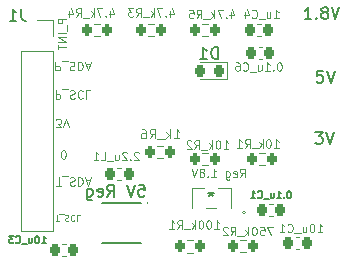
<source format=gbo>
%TF.GenerationSoftware,KiCad,Pcbnew,(6.0.9)*%
%TF.CreationDate,2023-09-05T16:32:31-05:00*%
%TF.ProjectId,Pulse_Temp,50756c73-655f-4546-956d-702e6b696361,rev?*%
%TF.SameCoordinates,Original*%
%TF.FileFunction,Legend,Bot*%
%TF.FilePolarity,Positive*%
%FSLAX46Y46*%
G04 Gerber Fmt 4.6, Leading zero omitted, Abs format (unit mm)*
G04 Created by KiCad (PCBNEW (6.0.9)) date 2023-09-05 16:32:31*
%MOMM*%
%LPD*%
G01*
G04 APERTURE LIST*
G04 Aperture macros list*
%AMRoundRect*
0 Rectangle with rounded corners*
0 $1 Rounding radius*
0 $2 $3 $4 $5 $6 $7 $8 $9 X,Y pos of 4 corners*
0 Add a 4 corners polygon primitive as box body*
4,1,4,$2,$3,$4,$5,$6,$7,$8,$9,$2,$3,0*
0 Add four circle primitives for the rounded corners*
1,1,$1+$1,$2,$3*
1,1,$1+$1,$4,$5*
1,1,$1+$1,$6,$7*
1,1,$1+$1,$8,$9*
0 Add four rect primitives between the rounded corners*
20,1,$1+$1,$2,$3,$4,$5,0*
20,1,$1+$1,$4,$5,$6,$7,0*
20,1,$1+$1,$6,$7,$8,$9,0*
20,1,$1+$1,$8,$9,$2,$3,0*%
G04 Aperture macros list end*
%ADD10C,0.200000*%
%ADD11C,0.150000*%
%ADD12C,0.100000*%
%ADD13C,0.152400*%
%ADD14C,0.120000*%
%ADD15R,1.700000X1.700000*%
%ADD16R,1.041400X0.381000*%
%ADD17RoundRect,0.218750X0.218750X0.256250X-0.218750X0.256250X-0.218750X-0.256250X0.218750X-0.256250X0*%
%ADD18RoundRect,0.200000X0.200000X0.275000X-0.200000X0.275000X-0.200000X-0.275000X0.200000X-0.275000X0*%
%ADD19RoundRect,0.225000X0.225000X0.250000X-0.225000X0.250000X-0.225000X-0.250000X0.225000X-0.250000X0*%
%ADD20RoundRect,0.218750X-0.218750X-0.256250X0.218750X-0.256250X0.218750X0.256250X-0.218750X0.256250X0*%
%ADD21RoundRect,0.200000X-0.200000X-0.275000X0.200000X-0.275000X0.200000X0.275000X-0.200000X0.275000X0*%
%ADD22O,1.700000X1.700000*%
%ADD23RoundRect,0.225000X-0.225000X-0.250000X0.225000X-0.250000X0.225000X0.250000X-0.225000X0.250000X0*%
%ADD24R,0.812800X0.889000*%
G04 APERTURE END LIST*
D10*
X165313721Y-87274400D02*
G75*
G03*
X165313721Y-87274400I-35921J0D01*
G01*
D11*
X179527295Y-81291180D02*
X180146342Y-81291180D01*
X179813009Y-81672133D01*
X179955866Y-81672133D01*
X180051104Y-81719752D01*
X180098723Y-81767371D01*
X180146342Y-81862609D01*
X180146342Y-82100704D01*
X180098723Y-82195942D01*
X180051104Y-82243561D01*
X179955866Y-82291180D01*
X179670152Y-82291180D01*
X179574914Y-82243561D01*
X179527295Y-82195942D01*
X180432057Y-81291180D02*
X180765390Y-82291180D01*
X181098723Y-81291180D01*
D12*
X157522990Y-88818209D02*
X157808704Y-88818209D01*
X157665847Y-88318209D02*
X157665847Y-88818209D01*
X157856323Y-88270590D02*
X158237276Y-88270590D01*
X158332514Y-88342019D02*
X158403942Y-88318209D01*
X158522990Y-88318209D01*
X158570609Y-88342019D01*
X158594419Y-88365828D01*
X158618228Y-88413447D01*
X158618228Y-88461066D01*
X158594419Y-88508685D01*
X158570609Y-88532495D01*
X158522990Y-88556304D01*
X158427752Y-88580114D01*
X158380133Y-88603923D01*
X158356323Y-88627733D01*
X158332514Y-88675352D01*
X158332514Y-88722971D01*
X158356323Y-88770590D01*
X158380133Y-88794400D01*
X158427752Y-88818209D01*
X158546800Y-88818209D01*
X158618228Y-88794400D01*
X159118228Y-88365828D02*
X159094419Y-88342019D01*
X159022990Y-88318209D01*
X158975371Y-88318209D01*
X158903942Y-88342019D01*
X158856323Y-88389638D01*
X158832514Y-88437257D01*
X158808704Y-88532495D01*
X158808704Y-88603923D01*
X158832514Y-88699161D01*
X158856323Y-88746780D01*
X158903942Y-88794400D01*
X158975371Y-88818209D01*
X159022990Y-88818209D01*
X159094419Y-88794400D01*
X159118228Y-88770590D01*
X159570609Y-88318209D02*
X159332514Y-88318209D01*
X159332514Y-88818209D01*
X157604800Y-85828933D02*
X158004800Y-85828933D01*
X157804800Y-85128933D02*
X157804800Y-85828933D01*
X158071466Y-85062266D02*
X158604800Y-85062266D01*
X158738133Y-85162266D02*
X158838133Y-85128933D01*
X159004800Y-85128933D01*
X159071466Y-85162266D01*
X159104800Y-85195600D01*
X159138133Y-85262266D01*
X159138133Y-85328933D01*
X159104800Y-85395600D01*
X159071466Y-85428933D01*
X159004800Y-85462266D01*
X158871466Y-85495600D01*
X158804800Y-85528933D01*
X158771466Y-85562266D01*
X158738133Y-85628933D01*
X158738133Y-85695600D01*
X158771466Y-85762266D01*
X158804800Y-85795600D01*
X158871466Y-85828933D01*
X159038133Y-85828933D01*
X159138133Y-85795600D01*
X159438133Y-85128933D02*
X159438133Y-85828933D01*
X159604800Y-85828933D01*
X159704800Y-85795600D01*
X159771466Y-85728933D01*
X159804800Y-85662266D01*
X159838133Y-85528933D01*
X159838133Y-85428933D01*
X159804800Y-85295600D01*
X159771466Y-85228933D01*
X159704800Y-85162266D01*
X159604800Y-85128933D01*
X159438133Y-85128933D01*
X160104800Y-85328933D02*
X160438133Y-85328933D01*
X160038133Y-85128933D02*
X160271466Y-85828933D01*
X160504800Y-85128933D01*
X157536533Y-77762933D02*
X157536533Y-78462933D01*
X157803200Y-78462933D01*
X157869866Y-78429600D01*
X157903200Y-78396266D01*
X157936533Y-78329600D01*
X157936533Y-78229600D01*
X157903200Y-78162933D01*
X157869866Y-78129600D01*
X157803200Y-78096266D01*
X157536533Y-78096266D01*
X158069866Y-77696266D02*
X158603200Y-77696266D01*
X158736533Y-77796266D02*
X158836533Y-77762933D01*
X159003200Y-77762933D01*
X159069866Y-77796266D01*
X159103200Y-77829600D01*
X159136533Y-77896266D01*
X159136533Y-77962933D01*
X159103200Y-78029600D01*
X159069866Y-78062933D01*
X159003200Y-78096266D01*
X158869866Y-78129600D01*
X158803200Y-78162933D01*
X158769866Y-78196266D01*
X158736533Y-78262933D01*
X158736533Y-78329600D01*
X158769866Y-78396266D01*
X158803200Y-78429600D01*
X158869866Y-78462933D01*
X159036533Y-78462933D01*
X159136533Y-78429600D01*
X159836533Y-77829600D02*
X159803200Y-77796266D01*
X159703200Y-77762933D01*
X159636533Y-77762933D01*
X159536533Y-77796266D01*
X159469866Y-77862933D01*
X159436533Y-77929600D01*
X159403200Y-78062933D01*
X159403200Y-78162933D01*
X159436533Y-78296266D01*
X159469866Y-78362933D01*
X159536533Y-78429600D01*
X159636533Y-78462933D01*
X159703200Y-78462933D01*
X159803200Y-78429600D01*
X159836533Y-78396266D01*
X160469866Y-77762933D02*
X160136533Y-77762933D01*
X160136533Y-78462933D01*
D11*
X179178057Y-71724780D02*
X178606628Y-71724780D01*
X178892342Y-71724780D02*
X178892342Y-70724780D01*
X178797104Y-70867638D01*
X178701866Y-70962876D01*
X178606628Y-71010495D01*
X179606628Y-71629542D02*
X179654247Y-71677161D01*
X179606628Y-71724780D01*
X179559009Y-71677161D01*
X179606628Y-71629542D01*
X179606628Y-71724780D01*
X180225676Y-71153352D02*
X180130438Y-71105733D01*
X180082819Y-71058114D01*
X180035200Y-70962876D01*
X180035200Y-70915257D01*
X180082819Y-70820019D01*
X180130438Y-70772400D01*
X180225676Y-70724780D01*
X180416152Y-70724780D01*
X180511390Y-70772400D01*
X180559009Y-70820019D01*
X180606628Y-70915257D01*
X180606628Y-70962876D01*
X180559009Y-71058114D01*
X180511390Y-71105733D01*
X180416152Y-71153352D01*
X180225676Y-71153352D01*
X180130438Y-71200971D01*
X180082819Y-71248590D01*
X180035200Y-71343828D01*
X180035200Y-71534304D01*
X180082819Y-71629542D01*
X180130438Y-71677161D01*
X180225676Y-71724780D01*
X180416152Y-71724780D01*
X180511390Y-71677161D01*
X180559009Y-71629542D01*
X180606628Y-71534304D01*
X180606628Y-71343828D01*
X180559009Y-71248590D01*
X180511390Y-71200971D01*
X180416152Y-71153352D01*
X180892342Y-70724780D02*
X181225676Y-71724780D01*
X181559009Y-70724780D01*
X180149523Y-76109580D02*
X179673333Y-76109580D01*
X179625714Y-76585771D01*
X179673333Y-76538152D01*
X179768571Y-76490533D01*
X180006666Y-76490533D01*
X180101904Y-76538152D01*
X180149523Y-76585771D01*
X180197142Y-76681009D01*
X180197142Y-76919104D01*
X180149523Y-77014342D01*
X180101904Y-77061961D01*
X180006666Y-77109580D01*
X179768571Y-77109580D01*
X179673333Y-77061961D01*
X179625714Y-77014342D01*
X180482857Y-76109580D02*
X180816190Y-77109580D01*
X181149523Y-76109580D01*
D12*
X158406266Y-71698800D02*
X157706266Y-71698800D01*
X157706266Y-71965466D01*
X157739600Y-72032133D01*
X157772933Y-72065466D01*
X157839600Y-72098800D01*
X157939600Y-72098800D01*
X158006266Y-72065466D01*
X158039600Y-72032133D01*
X158072933Y-71965466D01*
X158072933Y-71698800D01*
X158472933Y-72232133D02*
X158472933Y-72765466D01*
X158406266Y-72932133D02*
X157706266Y-72932133D01*
X158406266Y-73265466D02*
X157706266Y-73265466D01*
X158406266Y-73665466D01*
X157706266Y-73665466D01*
X157706266Y-73898800D02*
X157706266Y-74298800D01*
X158406266Y-74098800D02*
X157706266Y-74098800D01*
X157519866Y-75375333D02*
X157519866Y-76075333D01*
X157786533Y-76075333D01*
X157853200Y-76042000D01*
X157886533Y-76008666D01*
X157919866Y-75942000D01*
X157919866Y-75842000D01*
X157886533Y-75775333D01*
X157853200Y-75742000D01*
X157786533Y-75708666D01*
X157519866Y-75708666D01*
X158053200Y-75308666D02*
X158586533Y-75308666D01*
X158719866Y-75408666D02*
X158819866Y-75375333D01*
X158986533Y-75375333D01*
X159053200Y-75408666D01*
X159086533Y-75442000D01*
X159119866Y-75508666D01*
X159119866Y-75575333D01*
X159086533Y-75642000D01*
X159053200Y-75675333D01*
X158986533Y-75708666D01*
X158853200Y-75742000D01*
X158786533Y-75775333D01*
X158753200Y-75808666D01*
X158719866Y-75875333D01*
X158719866Y-75942000D01*
X158753200Y-76008666D01*
X158786533Y-76042000D01*
X158853200Y-76075333D01*
X159019866Y-76075333D01*
X159119866Y-76042000D01*
X159419866Y-75375333D02*
X159419866Y-76075333D01*
X159586533Y-76075333D01*
X159686533Y-76042000D01*
X159753200Y-75975333D01*
X159786533Y-75908666D01*
X159819866Y-75775333D01*
X159819866Y-75675333D01*
X159786533Y-75542000D01*
X159753200Y-75475333D01*
X159686533Y-75408666D01*
X159586533Y-75375333D01*
X159419866Y-75375333D01*
X160086533Y-75575333D02*
X160419866Y-75575333D01*
X160019866Y-75375333D02*
X160253200Y-76075333D01*
X160486533Y-75375333D01*
X158157866Y-83542933D02*
X158224533Y-83542933D01*
X158291200Y-83509600D01*
X158324533Y-83476266D01*
X158357866Y-83409600D01*
X158391200Y-83276266D01*
X158391200Y-83109600D01*
X158357866Y-82976266D01*
X158324533Y-82909600D01*
X158291200Y-82876266D01*
X158224533Y-82842933D01*
X158157866Y-82842933D01*
X158091200Y-82876266D01*
X158057866Y-82909600D01*
X158024533Y-82976266D01*
X157991200Y-83109600D01*
X157991200Y-83276266D01*
X158024533Y-83409600D01*
X158057866Y-83476266D01*
X158091200Y-83509600D01*
X158157866Y-83542933D01*
X157556266Y-80901333D02*
X157989600Y-80901333D01*
X157756266Y-80634666D01*
X157856266Y-80634666D01*
X157922933Y-80601333D01*
X157956266Y-80568000D01*
X157989600Y-80501333D01*
X157989600Y-80334666D01*
X157956266Y-80268000D01*
X157922933Y-80234666D01*
X157856266Y-80201333D01*
X157656266Y-80201333D01*
X157589600Y-80234666D01*
X157556266Y-80268000D01*
X158189600Y-80901333D02*
X158422933Y-80201333D01*
X158656266Y-80901333D01*
D11*
%TO.C,5V Reg*%
X164563180Y-85761580D02*
X165039371Y-85761580D01*
X165086990Y-86237771D01*
X165039371Y-86190152D01*
X164944133Y-86142533D01*
X164706038Y-86142533D01*
X164610800Y-86190152D01*
X164563180Y-86237771D01*
X164515561Y-86333009D01*
X164515561Y-86571104D01*
X164563180Y-86666342D01*
X164610800Y-86713961D01*
X164706038Y-86761580D01*
X164944133Y-86761580D01*
X165039371Y-86713961D01*
X165086990Y-86666342D01*
X164229847Y-85761580D02*
X163896514Y-86761580D01*
X163563180Y-85761580D01*
X161896514Y-86761580D02*
X162229847Y-86285390D01*
X162467942Y-86761580D02*
X162467942Y-85761580D01*
X162086990Y-85761580D01*
X161991752Y-85809200D01*
X161944133Y-85856819D01*
X161896514Y-85952057D01*
X161896514Y-86094914D01*
X161944133Y-86190152D01*
X161991752Y-86237771D01*
X162086990Y-86285390D01*
X162467942Y-86285390D01*
X161086990Y-86713961D02*
X161182228Y-86761580D01*
X161372704Y-86761580D01*
X161467942Y-86713961D01*
X161515561Y-86618723D01*
X161515561Y-86237771D01*
X161467942Y-86142533D01*
X161372704Y-86094914D01*
X161182228Y-86094914D01*
X161086990Y-86142533D01*
X161039371Y-86237771D01*
X161039371Y-86333009D01*
X161515561Y-86428247D01*
X160182228Y-86094914D02*
X160182228Y-86904438D01*
X160229847Y-86999676D01*
X160277466Y-87047295D01*
X160372704Y-87094914D01*
X160515561Y-87094914D01*
X160610800Y-87047295D01*
X160182228Y-86713961D02*
X160277466Y-86761580D01*
X160467942Y-86761580D01*
X160563180Y-86713961D01*
X160610800Y-86666342D01*
X160658419Y-86571104D01*
X160658419Y-86285390D01*
X160610800Y-86190152D01*
X160563180Y-86142533D01*
X160467942Y-86094914D01*
X160277466Y-86094914D01*
X160182228Y-86142533D01*
%TO.C,D1*%
X171273695Y-75120780D02*
X171273695Y-74120780D01*
X171035600Y-74120780D01*
X170892742Y-74168400D01*
X170797504Y-74263638D01*
X170749885Y-74358876D01*
X170702266Y-74549352D01*
X170702266Y-74692209D01*
X170749885Y-74882685D01*
X170797504Y-74977923D01*
X170892742Y-75073161D01*
X171035600Y-75120780D01*
X171273695Y-75120780D01*
X169749885Y-75120780D02*
X170321314Y-75120780D01*
X170035600Y-75120780D02*
X170035600Y-74120780D01*
X170130838Y-74263638D01*
X170226076Y-74358876D01*
X170321314Y-74406495D01*
D12*
%TO.C,4.7k_R4*%
X162128000Y-71071600D02*
X162128000Y-71538266D01*
X162294666Y-70804933D02*
X162461333Y-71304933D01*
X162028000Y-71304933D01*
X161761333Y-71471600D02*
X161728000Y-71504933D01*
X161761333Y-71538266D01*
X161794666Y-71504933D01*
X161761333Y-71471600D01*
X161761333Y-71538266D01*
X161494666Y-70838266D02*
X161028000Y-70838266D01*
X161328000Y-71538266D01*
X160761333Y-71538266D02*
X160761333Y-70838266D01*
X160694666Y-71271600D02*
X160494666Y-71538266D01*
X160494666Y-71071600D02*
X160761333Y-71338266D01*
X160361333Y-71604933D02*
X159828000Y-71604933D01*
X159261333Y-71538266D02*
X159494666Y-71204933D01*
X159661333Y-71538266D02*
X159661333Y-70838266D01*
X159394666Y-70838266D01*
X159328000Y-70871600D01*
X159294666Y-70904933D01*
X159261333Y-70971600D01*
X159261333Y-71071600D01*
X159294666Y-71138266D01*
X159328000Y-71171600D01*
X159394666Y-71204933D01*
X159661333Y-71204933D01*
X158661333Y-71071600D02*
X158661333Y-71538266D01*
X158828000Y-70804933D02*
X158994666Y-71304933D01*
X158561333Y-71304933D01*
D11*
%TO.C,10u_C3*%
X156343200Y-90695428D02*
X156686057Y-90695428D01*
X156514628Y-90695428D02*
X156514628Y-90095428D01*
X156571771Y-90181142D01*
X156628914Y-90238285D01*
X156686057Y-90266857D01*
X155971771Y-90095428D02*
X155914628Y-90095428D01*
X155857485Y-90124000D01*
X155828914Y-90152571D01*
X155800342Y-90209714D01*
X155771771Y-90324000D01*
X155771771Y-90466857D01*
X155800342Y-90581142D01*
X155828914Y-90638285D01*
X155857485Y-90666857D01*
X155914628Y-90695428D01*
X155971771Y-90695428D01*
X156028914Y-90666857D01*
X156057485Y-90638285D01*
X156086057Y-90581142D01*
X156114628Y-90466857D01*
X156114628Y-90324000D01*
X156086057Y-90209714D01*
X156057485Y-90152571D01*
X156028914Y-90124000D01*
X155971771Y-90095428D01*
X155257485Y-90295428D02*
X155257485Y-90695428D01*
X155514628Y-90295428D02*
X155514628Y-90609714D01*
X155486057Y-90666857D01*
X155428914Y-90695428D01*
X155343200Y-90695428D01*
X155286057Y-90666857D01*
X155257485Y-90638285D01*
X155114628Y-90752571D02*
X154657485Y-90752571D01*
X154171771Y-90638285D02*
X154200342Y-90666857D01*
X154286057Y-90695428D01*
X154343200Y-90695428D01*
X154428914Y-90666857D01*
X154486057Y-90609714D01*
X154514628Y-90552571D01*
X154543200Y-90438285D01*
X154543200Y-90352571D01*
X154514628Y-90238285D01*
X154486057Y-90181142D01*
X154428914Y-90124000D01*
X154343200Y-90095428D01*
X154286057Y-90095428D01*
X154200342Y-90124000D01*
X154171771Y-90152571D01*
X153971771Y-90095428D02*
X153600342Y-90095428D01*
X153800342Y-90324000D01*
X153714628Y-90324000D01*
X153657485Y-90352571D01*
X153628914Y-90381142D01*
X153600342Y-90438285D01*
X153600342Y-90581142D01*
X153628914Y-90638285D01*
X153657485Y-90666857D01*
X153714628Y-90695428D01*
X153886057Y-90695428D01*
X153943200Y-90666857D01*
X153971771Y-90638285D01*
D12*
%TO.C,2.2u_L1*%
X164561600Y-83046133D02*
X164528266Y-83012800D01*
X164461600Y-82979466D01*
X164294933Y-82979466D01*
X164228266Y-83012800D01*
X164194933Y-83046133D01*
X164161600Y-83112800D01*
X164161600Y-83179466D01*
X164194933Y-83279466D01*
X164594933Y-83679466D01*
X164161600Y-83679466D01*
X163861600Y-83612800D02*
X163828266Y-83646133D01*
X163861600Y-83679466D01*
X163894933Y-83646133D01*
X163861600Y-83612800D01*
X163861600Y-83679466D01*
X163561600Y-83046133D02*
X163528266Y-83012800D01*
X163461600Y-82979466D01*
X163294933Y-82979466D01*
X163228266Y-83012800D01*
X163194933Y-83046133D01*
X163161600Y-83112800D01*
X163161600Y-83179466D01*
X163194933Y-83279466D01*
X163594933Y-83679466D01*
X163161600Y-83679466D01*
X162561600Y-83212800D02*
X162561600Y-83679466D01*
X162861600Y-83212800D02*
X162861600Y-83579466D01*
X162828266Y-83646133D01*
X162761600Y-83679466D01*
X162661600Y-83679466D01*
X162594933Y-83646133D01*
X162561600Y-83612800D01*
X162394933Y-83746133D02*
X161861600Y-83746133D01*
X161361600Y-83679466D02*
X161694933Y-83679466D01*
X161694933Y-82979466D01*
X160761600Y-83679466D02*
X161161600Y-83679466D01*
X160961600Y-83679466D02*
X160961600Y-82979466D01*
X161028266Y-83079466D01*
X161094933Y-83146133D01*
X161161600Y-83179466D01*
%TO.C,10k_R1*%
X176017066Y-82612666D02*
X176417066Y-82612666D01*
X176217066Y-82612666D02*
X176217066Y-81912666D01*
X176283733Y-82012666D01*
X176350400Y-82079333D01*
X176417066Y-82112666D01*
X175583733Y-81912666D02*
X175517066Y-81912666D01*
X175450400Y-81946000D01*
X175417066Y-81979333D01*
X175383733Y-82046000D01*
X175350400Y-82179333D01*
X175350400Y-82346000D01*
X175383733Y-82479333D01*
X175417066Y-82546000D01*
X175450400Y-82579333D01*
X175517066Y-82612666D01*
X175583733Y-82612666D01*
X175650400Y-82579333D01*
X175683733Y-82546000D01*
X175717066Y-82479333D01*
X175750400Y-82346000D01*
X175750400Y-82179333D01*
X175717066Y-82046000D01*
X175683733Y-81979333D01*
X175650400Y-81946000D01*
X175583733Y-81912666D01*
X175050400Y-82612666D02*
X175050400Y-81912666D01*
X174983733Y-82346000D02*
X174783733Y-82612666D01*
X174783733Y-82146000D02*
X175050400Y-82412666D01*
X174650400Y-82679333D02*
X174117066Y-82679333D01*
X173550400Y-82612666D02*
X173783733Y-82279333D01*
X173950400Y-82612666D02*
X173950400Y-81912666D01*
X173683733Y-81912666D01*
X173617066Y-81946000D01*
X173583733Y-81979333D01*
X173550400Y-82046000D01*
X173550400Y-82146000D01*
X173583733Y-82212666D01*
X173617066Y-82246000D01*
X173683733Y-82279333D01*
X173950400Y-82279333D01*
X172883733Y-82612666D02*
X173283733Y-82612666D01*
X173083733Y-82612666D02*
X173083733Y-81912666D01*
X173150400Y-82012666D01*
X173217066Y-82079333D01*
X173283733Y-82112666D01*
D11*
%TO.C,0.1u_C1*%
X177310857Y-86285428D02*
X177253714Y-86285428D01*
X177196571Y-86314000D01*
X177168000Y-86342571D01*
X177139428Y-86399714D01*
X177110857Y-86514000D01*
X177110857Y-86656857D01*
X177139428Y-86771142D01*
X177168000Y-86828285D01*
X177196571Y-86856857D01*
X177253714Y-86885428D01*
X177310857Y-86885428D01*
X177368000Y-86856857D01*
X177396571Y-86828285D01*
X177425142Y-86771142D01*
X177453714Y-86656857D01*
X177453714Y-86514000D01*
X177425142Y-86399714D01*
X177396571Y-86342571D01*
X177368000Y-86314000D01*
X177310857Y-86285428D01*
X176853714Y-86828285D02*
X176825142Y-86856857D01*
X176853714Y-86885428D01*
X176882285Y-86856857D01*
X176853714Y-86828285D01*
X176853714Y-86885428D01*
X176253714Y-86885428D02*
X176596571Y-86885428D01*
X176425142Y-86885428D02*
X176425142Y-86285428D01*
X176482285Y-86371142D01*
X176539428Y-86428285D01*
X176596571Y-86456857D01*
X175739428Y-86485428D02*
X175739428Y-86885428D01*
X175996571Y-86485428D02*
X175996571Y-86799714D01*
X175968000Y-86856857D01*
X175910857Y-86885428D01*
X175825142Y-86885428D01*
X175768000Y-86856857D01*
X175739428Y-86828285D01*
X175596571Y-86942571D02*
X175139428Y-86942571D01*
X174653714Y-86828285D02*
X174682285Y-86856857D01*
X174768000Y-86885428D01*
X174825142Y-86885428D01*
X174910857Y-86856857D01*
X174968000Y-86799714D01*
X174996571Y-86742571D01*
X175025142Y-86628285D01*
X175025142Y-86542571D01*
X174996571Y-86428285D01*
X174968000Y-86371142D01*
X174910857Y-86314000D01*
X174825142Y-86285428D01*
X174768000Y-86285428D01*
X174682285Y-86314000D01*
X174653714Y-86342571D01*
X174082285Y-86885428D02*
X174425142Y-86885428D01*
X174253714Y-86885428D02*
X174253714Y-86285428D01*
X174310857Y-86371142D01*
X174368000Y-86428285D01*
X174425142Y-86456857D01*
D12*
%TO.C,100k_R1*%
X170965600Y-89470666D02*
X171365600Y-89470666D01*
X171165600Y-89470666D02*
X171165600Y-88770666D01*
X171232266Y-88870666D01*
X171298933Y-88937333D01*
X171365600Y-88970666D01*
X170532266Y-88770666D02*
X170465600Y-88770666D01*
X170398933Y-88804000D01*
X170365600Y-88837333D01*
X170332266Y-88904000D01*
X170298933Y-89037333D01*
X170298933Y-89204000D01*
X170332266Y-89337333D01*
X170365600Y-89404000D01*
X170398933Y-89437333D01*
X170465600Y-89470666D01*
X170532266Y-89470666D01*
X170598933Y-89437333D01*
X170632266Y-89404000D01*
X170665600Y-89337333D01*
X170698933Y-89204000D01*
X170698933Y-89037333D01*
X170665600Y-88904000D01*
X170632266Y-88837333D01*
X170598933Y-88804000D01*
X170532266Y-88770666D01*
X169865600Y-88770666D02*
X169798933Y-88770666D01*
X169732266Y-88804000D01*
X169698933Y-88837333D01*
X169665600Y-88904000D01*
X169632266Y-89037333D01*
X169632266Y-89204000D01*
X169665600Y-89337333D01*
X169698933Y-89404000D01*
X169732266Y-89437333D01*
X169798933Y-89470666D01*
X169865600Y-89470666D01*
X169932266Y-89437333D01*
X169965600Y-89404000D01*
X169998933Y-89337333D01*
X170032266Y-89204000D01*
X170032266Y-89037333D01*
X169998933Y-88904000D01*
X169965600Y-88837333D01*
X169932266Y-88804000D01*
X169865600Y-88770666D01*
X169332266Y-89470666D02*
X169332266Y-88770666D01*
X169265600Y-89204000D02*
X169065600Y-89470666D01*
X169065600Y-89004000D02*
X169332266Y-89270666D01*
X168932266Y-89537333D02*
X168398933Y-89537333D01*
X167832266Y-89470666D02*
X168065600Y-89137333D01*
X168232266Y-89470666D02*
X168232266Y-88770666D01*
X167965600Y-88770666D01*
X167898933Y-88804000D01*
X167865600Y-88837333D01*
X167832266Y-88904000D01*
X167832266Y-89004000D01*
X167865600Y-89070666D01*
X167898933Y-89104000D01*
X167965600Y-89137333D01*
X168232266Y-89137333D01*
X167165600Y-89470666D02*
X167565600Y-89470666D01*
X167365600Y-89470666D02*
X167365600Y-88770666D01*
X167432266Y-88870666D01*
X167498933Y-88937333D01*
X167565600Y-88970666D01*
%TO.C,1k_R6*%
X167550952Y-81845104D02*
X168008095Y-81845104D01*
X167779523Y-81845104D02*
X167779523Y-81045104D01*
X167855714Y-81159390D01*
X167931904Y-81235580D01*
X168008095Y-81273676D01*
X167208095Y-81845104D02*
X167208095Y-81045104D01*
X167131904Y-81540342D02*
X166903333Y-81845104D01*
X166903333Y-81311771D02*
X167208095Y-81616533D01*
X166750952Y-81921295D02*
X166141428Y-81921295D01*
X165493809Y-81845104D02*
X165760476Y-81464152D01*
X165950952Y-81845104D02*
X165950952Y-81045104D01*
X165646190Y-81045104D01*
X165570000Y-81083200D01*
X165531904Y-81121295D01*
X165493809Y-81197485D01*
X165493809Y-81311771D01*
X165531904Y-81387961D01*
X165570000Y-81426057D01*
X165646190Y-81464152D01*
X165950952Y-81464152D01*
X164808095Y-81045104D02*
X164960476Y-81045104D01*
X165036666Y-81083200D01*
X165074761Y-81121295D01*
X165150952Y-81235580D01*
X165189047Y-81387961D01*
X165189047Y-81692723D01*
X165150952Y-81768914D01*
X165112857Y-81807009D01*
X165036666Y-81845104D01*
X164884285Y-81845104D01*
X164808095Y-81807009D01*
X164770000Y-81768914D01*
X164731904Y-81692723D01*
X164731904Y-81502247D01*
X164770000Y-81426057D01*
X164808095Y-81387961D01*
X164884285Y-81349866D01*
X165036666Y-81349866D01*
X165112857Y-81387961D01*
X165150952Y-81426057D01*
X165189047Y-81502247D01*
%TO.C,4.7k_R3*%
X167208000Y-71064000D02*
X167208000Y-71530666D01*
X167374666Y-70797333D02*
X167541333Y-71297333D01*
X167108000Y-71297333D01*
X166841333Y-71464000D02*
X166808000Y-71497333D01*
X166841333Y-71530666D01*
X166874666Y-71497333D01*
X166841333Y-71464000D01*
X166841333Y-71530666D01*
X166574666Y-70830666D02*
X166108000Y-70830666D01*
X166408000Y-71530666D01*
X165841333Y-71530666D02*
X165841333Y-70830666D01*
X165774666Y-71264000D02*
X165574666Y-71530666D01*
X165574666Y-71064000D02*
X165841333Y-71330666D01*
X165441333Y-71597333D02*
X164908000Y-71597333D01*
X164341333Y-71530666D02*
X164574666Y-71197333D01*
X164741333Y-71530666D02*
X164741333Y-70830666D01*
X164474666Y-70830666D01*
X164408000Y-70864000D01*
X164374666Y-70897333D01*
X164341333Y-70964000D01*
X164341333Y-71064000D01*
X164374666Y-71130666D01*
X164408000Y-71164000D01*
X164474666Y-71197333D01*
X164741333Y-71197333D01*
X164108000Y-70830666D02*
X163674666Y-70830666D01*
X163908000Y-71097333D01*
X163808000Y-71097333D01*
X163741333Y-71130666D01*
X163708000Y-71164000D01*
X163674666Y-71230666D01*
X163674666Y-71397333D01*
X163708000Y-71464000D01*
X163741333Y-71497333D01*
X163808000Y-71530666D01*
X164008000Y-71530666D01*
X164074666Y-71497333D01*
X164108000Y-71464000D01*
D11*
%TO.C,J1*%
X154638333Y-70877180D02*
X154638333Y-71591466D01*
X154685952Y-71734323D01*
X154781190Y-71829561D01*
X154924047Y-71877180D01*
X155019285Y-71877180D01*
X153638333Y-71877180D02*
X154209761Y-71877180D01*
X153924047Y-71877180D02*
X153924047Y-70877180D01*
X154019285Y-71020038D01*
X154114523Y-71115276D01*
X154209761Y-71162895D01*
D12*
%TO.C,1u_C4*%
X176021866Y-71639866D02*
X176421866Y-71639866D01*
X176221866Y-71639866D02*
X176221866Y-70939866D01*
X176288533Y-71039866D01*
X176355200Y-71106533D01*
X176421866Y-71139866D01*
X175421866Y-71173200D02*
X175421866Y-71639866D01*
X175721866Y-71173200D02*
X175721866Y-71539866D01*
X175688533Y-71606533D01*
X175621866Y-71639866D01*
X175521866Y-71639866D01*
X175455200Y-71606533D01*
X175421866Y-71573200D01*
X175255200Y-71706533D02*
X174721866Y-71706533D01*
X174155200Y-71573200D02*
X174188533Y-71606533D01*
X174288533Y-71639866D01*
X174355200Y-71639866D01*
X174455200Y-71606533D01*
X174521866Y-71539866D01*
X174555200Y-71473200D01*
X174588533Y-71339866D01*
X174588533Y-71239866D01*
X174555200Y-71106533D01*
X174521866Y-71039866D01*
X174455200Y-70973200D01*
X174355200Y-70939866D01*
X174288533Y-70939866D01*
X174188533Y-70973200D01*
X174155200Y-71006533D01*
X173555200Y-71173200D02*
X173555200Y-71639866D01*
X173721866Y-70906533D02*
X173888533Y-71406533D01*
X173455200Y-71406533D01*
%TO.C,10u_C1*%
X179708000Y-89775466D02*
X180108000Y-89775466D01*
X179908000Y-89775466D02*
X179908000Y-89075466D01*
X179974666Y-89175466D01*
X180041333Y-89242133D01*
X180108000Y-89275466D01*
X179274666Y-89075466D02*
X179208000Y-89075466D01*
X179141333Y-89108800D01*
X179108000Y-89142133D01*
X179074666Y-89208800D01*
X179041333Y-89342133D01*
X179041333Y-89508800D01*
X179074666Y-89642133D01*
X179108000Y-89708800D01*
X179141333Y-89742133D01*
X179208000Y-89775466D01*
X179274666Y-89775466D01*
X179341333Y-89742133D01*
X179374666Y-89708800D01*
X179408000Y-89642133D01*
X179441333Y-89508800D01*
X179441333Y-89342133D01*
X179408000Y-89208800D01*
X179374666Y-89142133D01*
X179341333Y-89108800D01*
X179274666Y-89075466D01*
X178441333Y-89308800D02*
X178441333Y-89775466D01*
X178741333Y-89308800D02*
X178741333Y-89675466D01*
X178708000Y-89742133D01*
X178641333Y-89775466D01*
X178541333Y-89775466D01*
X178474666Y-89742133D01*
X178441333Y-89708800D01*
X178274666Y-89842133D02*
X177741333Y-89842133D01*
X177174666Y-89708800D02*
X177208000Y-89742133D01*
X177308000Y-89775466D01*
X177374666Y-89775466D01*
X177474666Y-89742133D01*
X177541333Y-89675466D01*
X177574666Y-89608800D01*
X177608000Y-89475466D01*
X177608000Y-89375466D01*
X177574666Y-89242133D01*
X177541333Y-89175466D01*
X177474666Y-89108800D01*
X177374666Y-89075466D01*
X177308000Y-89075466D01*
X177208000Y-89108800D01*
X177174666Y-89142133D01*
X176508000Y-89775466D02*
X176908000Y-89775466D01*
X176708000Y-89775466D02*
X176708000Y-89075466D01*
X176774666Y-89175466D01*
X176841333Y-89242133D01*
X176908000Y-89275466D01*
%TO.C,0.1u_C6*%
X176501200Y-75410266D02*
X176434533Y-75410266D01*
X176367866Y-75443600D01*
X176334533Y-75476933D01*
X176301200Y-75543600D01*
X176267866Y-75676933D01*
X176267866Y-75843600D01*
X176301200Y-75976933D01*
X176334533Y-76043600D01*
X176367866Y-76076933D01*
X176434533Y-76110266D01*
X176501200Y-76110266D01*
X176567866Y-76076933D01*
X176601200Y-76043600D01*
X176634533Y-75976933D01*
X176667866Y-75843600D01*
X176667866Y-75676933D01*
X176634533Y-75543600D01*
X176601200Y-75476933D01*
X176567866Y-75443600D01*
X176501200Y-75410266D01*
X175967866Y-76043600D02*
X175934533Y-76076933D01*
X175967866Y-76110266D01*
X176001200Y-76076933D01*
X175967866Y-76043600D01*
X175967866Y-76110266D01*
X175267866Y-76110266D02*
X175667866Y-76110266D01*
X175467866Y-76110266D02*
X175467866Y-75410266D01*
X175534533Y-75510266D01*
X175601200Y-75576933D01*
X175667866Y-75610266D01*
X174667866Y-75643600D02*
X174667866Y-76110266D01*
X174967866Y-75643600D02*
X174967866Y-76010266D01*
X174934533Y-76076933D01*
X174867866Y-76110266D01*
X174767866Y-76110266D01*
X174701200Y-76076933D01*
X174667866Y-76043600D01*
X174501200Y-76176933D02*
X173967866Y-76176933D01*
X173401200Y-76043600D02*
X173434533Y-76076933D01*
X173534533Y-76110266D01*
X173601200Y-76110266D01*
X173701200Y-76076933D01*
X173767866Y-76010266D01*
X173801200Y-75943600D01*
X173834533Y-75810266D01*
X173834533Y-75710266D01*
X173801200Y-75576933D01*
X173767866Y-75510266D01*
X173701200Y-75443600D01*
X173601200Y-75410266D01*
X173534533Y-75410266D01*
X173434533Y-75443600D01*
X173401200Y-75476933D01*
X172801200Y-75410266D02*
X172934533Y-75410266D01*
X173001200Y-75443600D01*
X173034533Y-75476933D01*
X173101200Y-75576933D01*
X173134533Y-75710266D01*
X173134533Y-75976933D01*
X173101200Y-76043600D01*
X173067866Y-76076933D01*
X173001200Y-76110266D01*
X172867866Y-76110266D01*
X172801200Y-76076933D01*
X172767866Y-76043600D01*
X172734533Y-75976933D01*
X172734533Y-75810266D01*
X172767866Y-75743600D01*
X172801200Y-75710266D01*
X172867866Y-75676933D01*
X173001200Y-75676933D01*
X173067866Y-75710266D01*
X173101200Y-75743600D01*
X173134533Y-75810266D01*
%TO.C,10k_R2*%
X171749866Y-82714266D02*
X172149866Y-82714266D01*
X171949866Y-82714266D02*
X171949866Y-82014266D01*
X172016533Y-82114266D01*
X172083200Y-82180933D01*
X172149866Y-82214266D01*
X171316533Y-82014266D02*
X171249866Y-82014266D01*
X171183200Y-82047600D01*
X171149866Y-82080933D01*
X171116533Y-82147600D01*
X171083200Y-82280933D01*
X171083200Y-82447600D01*
X171116533Y-82580933D01*
X171149866Y-82647600D01*
X171183200Y-82680933D01*
X171249866Y-82714266D01*
X171316533Y-82714266D01*
X171383200Y-82680933D01*
X171416533Y-82647600D01*
X171449866Y-82580933D01*
X171483200Y-82447600D01*
X171483200Y-82280933D01*
X171449866Y-82147600D01*
X171416533Y-82080933D01*
X171383200Y-82047600D01*
X171316533Y-82014266D01*
X170783200Y-82714266D02*
X170783200Y-82014266D01*
X170716533Y-82447600D02*
X170516533Y-82714266D01*
X170516533Y-82247600D02*
X170783200Y-82514266D01*
X170383200Y-82780933D02*
X169849866Y-82780933D01*
X169283200Y-82714266D02*
X169516533Y-82380933D01*
X169683200Y-82714266D02*
X169683200Y-82014266D01*
X169416533Y-82014266D01*
X169349866Y-82047600D01*
X169316533Y-82080933D01*
X169283200Y-82147600D01*
X169283200Y-82247600D01*
X169316533Y-82314266D01*
X169349866Y-82347600D01*
X169416533Y-82380933D01*
X169683200Y-82380933D01*
X169016533Y-82080933D02*
X168983200Y-82047600D01*
X168916533Y-82014266D01*
X168749866Y-82014266D01*
X168683200Y-82047600D01*
X168649866Y-82080933D01*
X168616533Y-82147600D01*
X168616533Y-82214266D01*
X168649866Y-82314266D01*
X169049866Y-82714266D01*
X168616533Y-82714266D01*
%TO.C,750k_R2*%
X175920133Y-89329466D02*
X175453466Y-89329466D01*
X175753466Y-90029466D01*
X174853466Y-89329466D02*
X175186800Y-89329466D01*
X175220133Y-89662800D01*
X175186800Y-89629466D01*
X175120133Y-89596133D01*
X174953466Y-89596133D01*
X174886800Y-89629466D01*
X174853466Y-89662800D01*
X174820133Y-89729466D01*
X174820133Y-89896133D01*
X174853466Y-89962800D01*
X174886800Y-89996133D01*
X174953466Y-90029466D01*
X175120133Y-90029466D01*
X175186800Y-89996133D01*
X175220133Y-89962800D01*
X174386800Y-89329466D02*
X174320133Y-89329466D01*
X174253466Y-89362800D01*
X174220133Y-89396133D01*
X174186800Y-89462800D01*
X174153466Y-89596133D01*
X174153466Y-89762800D01*
X174186800Y-89896133D01*
X174220133Y-89962800D01*
X174253466Y-89996133D01*
X174320133Y-90029466D01*
X174386800Y-90029466D01*
X174453466Y-89996133D01*
X174486800Y-89962800D01*
X174520133Y-89896133D01*
X174553466Y-89762800D01*
X174553466Y-89596133D01*
X174520133Y-89462800D01*
X174486800Y-89396133D01*
X174453466Y-89362800D01*
X174386800Y-89329466D01*
X173853466Y-90029466D02*
X173853466Y-89329466D01*
X173786800Y-89762800D02*
X173586800Y-90029466D01*
X173586800Y-89562800D02*
X173853466Y-89829466D01*
X173453466Y-90096133D02*
X172920133Y-90096133D01*
X172353466Y-90029466D02*
X172586800Y-89696133D01*
X172753466Y-90029466D02*
X172753466Y-89329466D01*
X172486800Y-89329466D01*
X172420133Y-89362800D01*
X172386800Y-89396133D01*
X172353466Y-89462800D01*
X172353466Y-89562800D01*
X172386800Y-89629466D01*
X172420133Y-89662800D01*
X172486800Y-89696133D01*
X172753466Y-89696133D01*
X172086800Y-89396133D02*
X172053466Y-89362800D01*
X171986800Y-89329466D01*
X171820133Y-89329466D01*
X171753466Y-89362800D01*
X171720133Y-89396133D01*
X171686800Y-89462800D01*
X171686800Y-89529466D01*
X171720133Y-89629466D01*
X172120133Y-90029466D01*
X171686800Y-90029466D01*
%TO.C,4.7k_R5*%
X172338800Y-71173200D02*
X172338800Y-71639866D01*
X172505466Y-70906533D02*
X172672133Y-71406533D01*
X172238800Y-71406533D01*
X171972133Y-71573200D02*
X171938800Y-71606533D01*
X171972133Y-71639866D01*
X172005466Y-71606533D01*
X171972133Y-71573200D01*
X171972133Y-71639866D01*
X171705466Y-70939866D02*
X171238800Y-70939866D01*
X171538800Y-71639866D01*
X170972133Y-71639866D02*
X170972133Y-70939866D01*
X170905466Y-71373200D02*
X170705466Y-71639866D01*
X170705466Y-71173200D02*
X170972133Y-71439866D01*
X170572133Y-71706533D02*
X170038800Y-71706533D01*
X169472133Y-71639866D02*
X169705466Y-71306533D01*
X169872133Y-71639866D02*
X169872133Y-70939866D01*
X169605466Y-70939866D01*
X169538800Y-70973200D01*
X169505466Y-71006533D01*
X169472133Y-71073200D01*
X169472133Y-71173200D01*
X169505466Y-71239866D01*
X169538800Y-71273200D01*
X169605466Y-71306533D01*
X169872133Y-71306533D01*
X168838800Y-70939866D02*
X169172133Y-70939866D01*
X169205466Y-71273200D01*
X169172133Y-71239866D01*
X169105466Y-71206533D01*
X168938800Y-71206533D01*
X168872133Y-71239866D01*
X168838800Y-71273200D01*
X168805466Y-71339866D01*
X168805466Y-71506533D01*
X168838800Y-71573200D01*
X168872133Y-71606533D01*
X168938800Y-71639866D01*
X169105466Y-71639866D01*
X169172133Y-71606533D01*
X169205466Y-71573200D01*
%TO.C,Reg 1.8V*%
X173148400Y-85101866D02*
X173381733Y-84768533D01*
X173548400Y-85101866D02*
X173548400Y-84401866D01*
X173281733Y-84401866D01*
X173215066Y-84435200D01*
X173181733Y-84468533D01*
X173148400Y-84535200D01*
X173148400Y-84635200D01*
X173181733Y-84701866D01*
X173215066Y-84735200D01*
X173281733Y-84768533D01*
X173548400Y-84768533D01*
X172581733Y-85068533D02*
X172648400Y-85101866D01*
X172781733Y-85101866D01*
X172848400Y-85068533D01*
X172881733Y-85001866D01*
X172881733Y-84735200D01*
X172848400Y-84668533D01*
X172781733Y-84635200D01*
X172648400Y-84635200D01*
X172581733Y-84668533D01*
X172548400Y-84735200D01*
X172548400Y-84801866D01*
X172881733Y-84868533D01*
X171948400Y-84635200D02*
X171948400Y-85201866D01*
X171981733Y-85268533D01*
X172015066Y-85301866D01*
X172081733Y-85335200D01*
X172181733Y-85335200D01*
X172248400Y-85301866D01*
X171948400Y-85068533D02*
X172015066Y-85101866D01*
X172148400Y-85101866D01*
X172215066Y-85068533D01*
X172248400Y-85035200D01*
X172281733Y-84968533D01*
X172281733Y-84768533D01*
X172248400Y-84701866D01*
X172215066Y-84668533D01*
X172148400Y-84635200D01*
X172015066Y-84635200D01*
X171948400Y-84668533D01*
X170715066Y-85101866D02*
X171115066Y-85101866D01*
X170915066Y-85101866D02*
X170915066Y-84401866D01*
X170981733Y-84501866D01*
X171048400Y-84568533D01*
X171115066Y-84601866D01*
X170415066Y-85035200D02*
X170381733Y-85068533D01*
X170415066Y-85101866D01*
X170448400Y-85068533D01*
X170415066Y-85035200D01*
X170415066Y-85101866D01*
X169981733Y-84701866D02*
X170048400Y-84668533D01*
X170081733Y-84635200D01*
X170115066Y-84568533D01*
X170115066Y-84535200D01*
X170081733Y-84468533D01*
X170048400Y-84435200D01*
X169981733Y-84401866D01*
X169848400Y-84401866D01*
X169781733Y-84435200D01*
X169748400Y-84468533D01*
X169715066Y-84535200D01*
X169715066Y-84568533D01*
X169748400Y-84635200D01*
X169781733Y-84668533D01*
X169848400Y-84701866D01*
X169981733Y-84701866D01*
X170048400Y-84735200D01*
X170081733Y-84768533D01*
X170115066Y-84835200D01*
X170115066Y-84968533D01*
X170081733Y-85035200D01*
X170048400Y-85068533D01*
X169981733Y-85101866D01*
X169848400Y-85101866D01*
X169781733Y-85068533D01*
X169748400Y-85035200D01*
X169715066Y-84968533D01*
X169715066Y-84835200D01*
X169748400Y-84768533D01*
X169781733Y-84735200D01*
X169848400Y-84701866D01*
X169515066Y-84401866D02*
X169281733Y-85101866D01*
X169048400Y-84401866D01*
D11*
X170688000Y-86320380D02*
X170688000Y-86558476D01*
X170926095Y-86463238D02*
X170688000Y-86558476D01*
X170449904Y-86463238D01*
X170830857Y-86748952D02*
X170688000Y-86558476D01*
X170545142Y-86748952D01*
D13*
%TO.C,5V Reg*%
X161442400Y-87325200D02*
X164795200Y-87325200D01*
X164795200Y-90678000D02*
X161442400Y-90678000D01*
D14*
%TO.C,D1*%
X172020600Y-75363400D02*
X172020600Y-76833400D01*
X172020600Y-76833400D02*
X169735600Y-76833400D01*
X169735600Y-75363400D02*
X172020600Y-75363400D01*
%TO.C,4.7k_R4*%
X161273258Y-72121500D02*
X160798742Y-72121500D01*
X161273258Y-73166500D02*
X160798742Y-73166500D01*
%TO.C,10u_C3*%
X158382580Y-90777600D02*
X158101420Y-90777600D01*
X158382580Y-91797600D02*
X158101420Y-91797600D01*
%TO.C,2.2u_L1*%
X162752821Y-85346000D02*
X163078379Y-85346000D01*
X162752821Y-84326000D02*
X163078379Y-84326000D01*
%TO.C,10k_R1*%
X174768742Y-83043500D02*
X175243258Y-83043500D01*
X174768742Y-84088500D02*
X175243258Y-84088500D01*
%TO.C,0.1u_C1*%
X175908580Y-88394000D02*
X175627420Y-88394000D01*
X175908580Y-87374000D02*
X175627420Y-87374000D01*
%TO.C,100k_R1*%
X168672742Y-91505300D02*
X169147258Y-91505300D01*
X168672742Y-90460300D02*
X169147258Y-90460300D01*
%TO.C,1k_R6*%
X166132742Y-83529700D02*
X166607258Y-83529700D01*
X166132742Y-82484700D02*
X166607258Y-82484700D01*
%TO.C,4.7k_R3*%
X165845258Y-72121500D02*
X165370742Y-72121500D01*
X165845258Y-73166500D02*
X165370742Y-73166500D01*
%TO.C,J1*%
X154626000Y-74417000D02*
X154626000Y-89717000D01*
X157286000Y-89717000D02*
X154626000Y-89717000D01*
X157286000Y-71817000D02*
X155956000Y-71817000D01*
X157286000Y-73147000D02*
X157286000Y-71817000D01*
X157286000Y-74417000D02*
X154626000Y-74417000D01*
X157286000Y-74417000D02*
X157286000Y-89717000D01*
%TO.C,1u_C4*%
X174611420Y-73154000D02*
X174892580Y-73154000D01*
X174611420Y-72134000D02*
X174892580Y-72134000D01*
%TO.C,10u_C1*%
X178143780Y-91238800D02*
X177862620Y-91238800D01*
X178143780Y-90218800D02*
X177862620Y-90218800D01*
%TO.C,0.1u_C6*%
X174994180Y-75135200D02*
X174713020Y-75135200D01*
X174994180Y-74115200D02*
X174713020Y-74115200D01*
%TO.C,10k_R2*%
X169942742Y-84088500D02*
X170417258Y-84088500D01*
X169942742Y-83043500D02*
X170417258Y-83043500D01*
%TO.C,750k_R2*%
X173143142Y-91454500D02*
X173617658Y-91454500D01*
X173143142Y-90409500D02*
X173617658Y-90409500D01*
%TO.C,4.7k_R5*%
X169942742Y-73166500D02*
X170417258Y-73166500D01*
X169942742Y-72121500D02*
X170417258Y-72121500D01*
%TO.C,Reg 1.8V*%
X171099859Y-87695000D02*
X170276141Y-87695000D01*
X169036000Y-86041000D02*
X170074860Y-86041000D01*
X169036000Y-87695000D02*
X169036000Y-86041000D01*
X172340000Y-86041000D02*
X172340000Y-87695000D01*
X171301140Y-86041000D02*
X172340000Y-86041000D01*
X173610000Y-88118000D02*
G75*
G03*
X173610000Y-88118000I-127000J0D01*
G01*
%TD*%
%LPC*%
D15*
%TO.C,3V*%
X180289200Y-84175600D03*
%TD*%
%TO.C,5V*%
X180289200Y-78994000D03*
%TD*%
%TO.C,1.8V*%
X180086000Y-73660000D03*
%TD*%
D16*
%TO.C,5V Reg*%
X165239700Y-88026240D03*
X165239700Y-88676480D03*
X165239700Y-89326720D03*
X165239700Y-89976960D03*
X160997900Y-89976960D03*
X160997900Y-89326720D03*
X160997900Y-88676480D03*
X160997900Y-88026240D03*
%TD*%
D17*
%TO.C,D1*%
X171323100Y-76098400D03*
X169748100Y-76098400D03*
%TD*%
D18*
%TO.C,4.7k_R4*%
X161861000Y-72644000D03*
X160211000Y-72644000D03*
%TD*%
D19*
%TO.C,10u_C3*%
X159017000Y-91287600D03*
X157467000Y-91287600D03*
%TD*%
D20*
%TO.C,2.2u_L1*%
X162128100Y-84836000D03*
X163703100Y-84836000D03*
%TD*%
D21*
%TO.C,10k_R1*%
X174181000Y-83566000D03*
X175831000Y-83566000D03*
%TD*%
D19*
%TO.C,0.1u_C1*%
X176543000Y-87884000D03*
X174993000Y-87884000D03*
%TD*%
D21*
%TO.C,100k_R1*%
X168085000Y-90982800D03*
X169735000Y-90982800D03*
%TD*%
%TO.C,1k_R6*%
X165545000Y-83007200D03*
X167195000Y-83007200D03*
%TD*%
D18*
%TO.C,4.7k_R3*%
X166433000Y-72644000D03*
X164783000Y-72644000D03*
%TD*%
D15*
%TO.C,J1*%
X155956000Y-73147000D03*
D22*
X155956000Y-75687000D03*
X155956000Y-78227000D03*
X155956000Y-80767000D03*
X155956000Y-83307000D03*
X155956000Y-85847000D03*
X155956000Y-88387000D03*
%TD*%
D23*
%TO.C,1u_C4*%
X173977000Y-72644000D03*
X175527000Y-72644000D03*
%TD*%
D19*
%TO.C,10u_C1*%
X178778200Y-90728800D03*
X177228200Y-90728800D03*
%TD*%
%TO.C,0.1u_C6*%
X175628600Y-74625200D03*
X174078600Y-74625200D03*
%TD*%
D21*
%TO.C,10k_R2*%
X169355000Y-83566000D03*
X171005000Y-83566000D03*
%TD*%
%TO.C,750k_R2*%
X172555400Y-90932000D03*
X174205400Y-90932000D03*
%TD*%
%TO.C,4.7k_R5*%
X169355000Y-72644000D03*
X171005000Y-72644000D03*
%TD*%
D24*
%TO.C,Reg 1.8V*%
X171712999Y-87812999D03*
X169663001Y-87812999D03*
X170688000Y-85923000D03*
%TD*%
M02*

</source>
